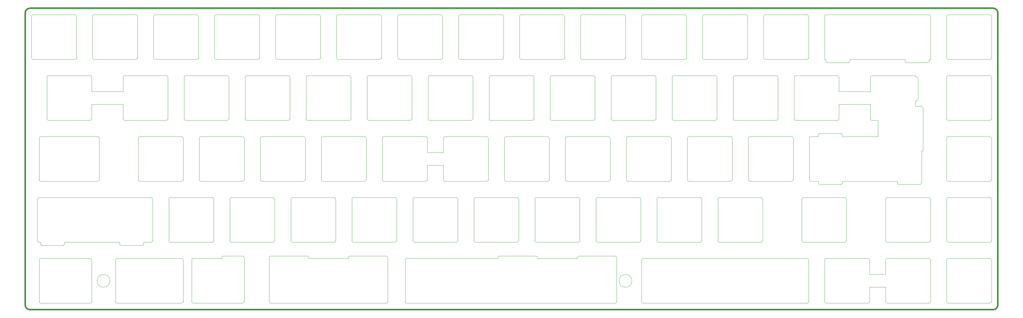
<source format=gbr>
G04 #@! TF.GenerationSoftware,KiCad,Pcbnew,(5.1.2)-2*
G04 #@! TF.CreationDate,2021-06-11T08:51:19+07:00*
G04 #@! TF.ProjectId,Plate,506c6174-652e-46b6-9963-61645f706362,rev?*
G04 #@! TF.SameCoordinates,Original*
G04 #@! TF.FileFunction,Profile,NP*
%FSLAX45Y45*%
G04 Gerber Fmt 4.5, Leading zero omitted, Abs format (unit mm)*
G04 Created by KiCad (PCBNEW (5.1.2)-2) date 2021-06-11 08:51:20*
%MOMM*%
%LPD*%
G04 APERTURE LIST*
%ADD10C,0.000001*%
%ADD11C,0.100000*%
%ADD12C,0.500000*%
G04 APERTURE END LIST*
D10*
X16148122Y-1873178D02*
X16148122Y-573178D01*
X17548122Y-1873178D02*
G75*
G02X17498122Y-1923177I-50000J0D01*
G01*
X16198122Y-1923178D02*
G75*
G02X16148122Y-1873178I0J50000D01*
G01*
X17498122Y-1923177D02*
X16198122Y-1923177D01*
X16198122Y-523178D02*
X17498122Y-523178D01*
X17548122Y-573178D02*
X17548122Y-1873178D01*
X16148122Y-573178D02*
G75*
G02X16198122Y-523178I50000J0D01*
G01*
X17498122Y-523178D02*
G75*
G02X17548122Y-573178I0J-50000D01*
G01*
D11*
X16148122Y1331822D02*
G75*
G02X16198122Y1381822I50000J0D01*
G01*
X17498122Y1381822D02*
G75*
G02X17548122Y1331822I0J-50000D01*
G01*
X16198122Y-18178D02*
G75*
G02X16148122Y31822I0J50000D01*
G01*
X16198122Y1381822D02*
X17498122Y1381822D01*
X17548122Y31822D02*
G75*
G02X17498122Y-18178I-50000J0D01*
G01*
X17548122Y1331822D02*
X17548122Y31822D01*
X16148122Y31822D02*
X16148122Y1331822D01*
X17498122Y-18178D02*
X16198122Y-18178D01*
D12*
X-12476878Y-2123178D02*
G75*
G02X-12626878Y-1973177I0J150000D01*
G01*
X17598122Y-2123178D02*
X-12476878Y-2123178D01*
X17748122Y-1973177D02*
G75*
G02X17598122Y-2123178I-150000J0D01*
G01*
X17748122Y7146822D02*
X17748122Y-1973177D01*
X17598122Y7296822D02*
G75*
G02X17748122Y7146822I0J-150000D01*
G01*
X-12476878Y7296822D02*
X17598122Y7296822D01*
X-12626878Y7146822D02*
G75*
G02X-12476878Y7296822I150000J0D01*
G01*
X-12626878Y-1973177D02*
X-12626878Y7146822D01*
D11*
X6317822Y-1223178D02*
G75*
G03X6317822Y-1223178I-200000J0D01*
G01*
X-7266878Y5696822D02*
X-8566878Y5696822D01*
X-7216878Y5746822D02*
G75*
G02X-7266878Y5696822I-50000J0D01*
G01*
X-7216878Y7046822D02*
X-7216878Y5746822D01*
X-7266878Y7096822D02*
G75*
G02X-7216878Y7046822I0J-50000D01*
G01*
X-8566878Y7096822D02*
X-7266878Y7096822D01*
X-8616878Y7046822D02*
G75*
G02X-8566878Y7096822I50000J0D01*
G01*
X-8616878Y5746822D02*
X-8616878Y7046822D01*
X-8566878Y5696822D02*
G75*
G02X-8616878Y5746822I0J50000D01*
G01*
X-4756878Y5696822D02*
G75*
G02X-4806878Y5746822I0J50000D01*
G01*
X-4806878Y7046822D02*
X-4806878Y5746822D01*
X-4806878Y7046822D02*
G75*
G02X-4756878Y7096822I50000J0D01*
G01*
X-3456878Y7096822D02*
X-4756878Y7096822D01*
X-3456878Y7096822D02*
G75*
G02X-3406878Y7046822I0J-50000D01*
G01*
X-3406878Y5746822D02*
X-3406878Y7046822D01*
X-3406878Y5746822D02*
G75*
G02X-3456878Y5696822I-50000J0D01*
G01*
X-4756878Y5696822D02*
X-3456878Y5696822D01*
X4163122Y5696822D02*
X2863122Y5696822D01*
X4213122Y5746822D02*
G75*
G02X4163122Y5696822I-50000J0D01*
G01*
X4213122Y7046822D02*
X4213122Y5746822D01*
X4163122Y7096822D02*
G75*
G02X4213122Y7046822I0J-50000D01*
G01*
X2863122Y7096822D02*
X4163122Y7096822D01*
X2813122Y7046822D02*
G75*
G02X2863122Y7096822I50000J0D01*
G01*
X2813122Y5746822D02*
X2813122Y7046822D01*
X2863122Y5696822D02*
G75*
G02X2813122Y5746822I0J50000D01*
G01*
X-6711878Y7046822D02*
G75*
G02X-6661878Y7096822I50000J0D01*
G01*
X-5361878Y7096822D02*
X-6661878Y7096822D01*
X-5361878Y7096822D02*
G75*
G02X-5311878Y7046822I0J-50000D01*
G01*
X-5311878Y5746822D02*
X-5311878Y7046822D01*
X-5311878Y5746822D02*
G75*
G02X-5361878Y5696822I-50000J0D01*
G01*
X-6661878Y5696822D02*
X-5361878Y5696822D01*
X-6661878Y5696822D02*
G75*
G02X-6711878Y5746822I0J50000D01*
G01*
X-6711878Y7046822D02*
X-6711878Y5746822D01*
X-4409378Y3791822D02*
X-5709378Y3791822D01*
X-4359378Y3841822D02*
G75*
G02X-4409378Y3791822I-50000J0D01*
G01*
X-4359378Y5141822D02*
X-4359378Y3841822D01*
X-4409378Y5191822D02*
G75*
G02X-4359378Y5141822I0J-50000D01*
G01*
X-5709378Y5191822D02*
X-4409378Y5191822D01*
X-5759378Y5141822D02*
G75*
G02X-5709378Y5191822I50000J0D01*
G01*
X-5759378Y3841822D02*
X-5759378Y5141822D01*
X-5709378Y3791822D02*
G75*
G02X-5759378Y3841822I0J50000D01*
G01*
X6673122Y5696822D02*
G75*
G02X6623122Y5746822I0J50000D01*
G01*
X6623122Y7046822D02*
X6623122Y5746822D01*
X6623122Y7046822D02*
G75*
G02X6673122Y7096822I50000J0D01*
G01*
X7973122Y7096822D02*
X6673122Y7096822D01*
X7973122Y7096822D02*
G75*
G02X8023122Y7046822I0J-50000D01*
G01*
X8023122Y5746822D02*
X8023122Y7046822D01*
X8023122Y5746822D02*
G75*
G02X7973122Y5696822I-50000J0D01*
G01*
X6673122Y5696822D02*
X7973122Y5696822D01*
X8975622Y3841822D02*
G75*
G02X8925622Y3791822I-50000J0D01*
G01*
X7625622Y3791822D02*
X8925622Y3791822D01*
X7625622Y3791822D02*
G75*
G02X7575622Y3841822I0J50000D01*
G01*
X7575622Y5141822D02*
X7575622Y3841822D01*
X7575622Y5141822D02*
G75*
G02X7625622Y5191822I50000J0D01*
G01*
X8925622Y5191822D02*
X7625622Y5191822D01*
X8925622Y5191822D02*
G75*
G02X8975622Y5141822I0J-50000D01*
G01*
X8975622Y3841822D02*
X8975622Y5141822D01*
X829322Y1381822D02*
G75*
G02X879322Y1331822I0J-50000D01*
G01*
X879322Y31822D02*
X879322Y1331822D01*
X879322Y31822D02*
G75*
G02X829322Y-18178I-50000J0D01*
G01*
X-470678Y-18178D02*
X829322Y-18178D01*
X-470678Y-18178D02*
G75*
G02X-520678Y31822I0J50000D01*
G01*
X-520678Y1331822D02*
X-520678Y31822D01*
X-520678Y1331822D02*
G75*
G02X-470678Y1381822I50000J0D01*
G01*
X829322Y1381822D02*
X-470678Y1381822D01*
X-3804378Y5191822D02*
X-2504378Y5191822D01*
X-3854378Y5141822D02*
G75*
G02X-3804378Y5191822I50000J0D01*
G01*
X-3854378Y3841822D02*
X-3854378Y5141822D01*
X-3804378Y3791822D02*
G75*
G02X-3854378Y3841822I0J50000D01*
G01*
X-2504378Y3791822D02*
X-3804378Y3791822D01*
X-2454378Y3841822D02*
G75*
G02X-2504378Y3791822I-50000J0D01*
G01*
X-2454378Y5141822D02*
X-2454378Y3841822D01*
X-2504378Y5191822D02*
G75*
G02X-2454378Y5141822I0J-50000D01*
G01*
X1384322Y1331822D02*
G75*
G02X1434322Y1381822I50000J0D01*
G01*
X2734322Y1381822D02*
X1434322Y1381822D01*
X2734322Y1381822D02*
G75*
G02X2784322Y1331822I0J-50000D01*
G01*
X2784322Y31822D02*
X2784322Y1331822D01*
X2784322Y31822D02*
G75*
G02X2734322Y-18178I-50000J0D01*
G01*
X1434322Y-18178D02*
X2734322Y-18178D01*
X1434322Y-18178D02*
G75*
G02X1384322Y31822I0J50000D01*
G01*
X1384322Y1331822D02*
X1384322Y31822D01*
X-2851878Y5696822D02*
G75*
G02X-2901878Y5746822I0J50000D01*
G01*
X-2901878Y7046822D02*
X-2901878Y5746822D01*
X-2901878Y7046822D02*
G75*
G02X-2851878Y7096822I50000J0D01*
G01*
X-1551878Y7096822D02*
X-2851878Y7096822D01*
X-1551878Y7096822D02*
G75*
G02X-1501878Y7046822I0J-50000D01*
G01*
X-1501878Y5746822D02*
X-1501878Y7046822D01*
X-1501878Y5746822D02*
G75*
G02X-1551878Y5696822I-50000J0D01*
G01*
X-2851878Y5696822D02*
X-1551878Y5696822D01*
X9928122Y7046822D02*
X9928122Y5746822D01*
X9878122Y7096822D02*
G75*
G02X9928122Y7046822I0J-50000D01*
G01*
X8578122Y7096822D02*
X9878122Y7096822D01*
X8528122Y7046822D02*
G75*
G02X8578122Y7096822I50000J0D01*
G01*
X8528122Y5746822D02*
X8528122Y7046822D01*
X8578122Y5696822D02*
G75*
G02X8528122Y5746822I0J50000D01*
G01*
X9878122Y5696822D02*
X8578122Y5696822D01*
X9928122Y5746822D02*
G75*
G02X9878122Y5696822I-50000J0D01*
G01*
X-7664378Y5141822D02*
G75*
G02X-7614378Y5191822I50000J0D01*
G01*
X-6314378Y5191822D02*
X-7614378Y5191822D01*
X-6314378Y5191822D02*
G75*
G02X-6264378Y5141822I0J-50000D01*
G01*
X-6264378Y3841822D02*
X-6264378Y5141822D01*
X-6264378Y3841822D02*
G75*
G02X-6314378Y3791822I-50000J0D01*
G01*
X-7614378Y3791822D02*
X-6314378Y3791822D01*
X-7614378Y3791822D02*
G75*
G02X-7664378Y3841822I0J50000D01*
G01*
X-7664378Y5141822D02*
X-7664378Y3841822D01*
X-8219378Y3791822D02*
X-9519378Y3791822D01*
X-8169378Y3841822D02*
G75*
G02X-8219378Y3791822I-50000J0D01*
G01*
X-8169378Y5141822D02*
X-8169378Y3841822D01*
X-8219378Y5191822D02*
G75*
G02X-8169378Y5141822I0J-50000D01*
G01*
X-9519378Y5191822D02*
X-8219378Y5191822D01*
X-9569378Y5141822D02*
G75*
G02X-9519378Y5191822I50000J0D01*
G01*
X-9569378Y4691852D02*
X-9569378Y5141822D01*
X-10550628Y4691852D02*
X-9569378Y4691852D01*
X-10550628Y5141822D02*
X-10550628Y4691852D01*
X-10600628Y5191822D02*
G75*
G02X-10550628Y5141822I0J-50000D01*
G01*
X-11900628Y5191822D02*
X-10600628Y5191822D01*
X-11950628Y5141822D02*
G75*
G02X-11900628Y5191822I50000J0D01*
G01*
X-11950628Y3841822D02*
X-11950628Y5141822D01*
X-11900628Y3791822D02*
G75*
G02X-11950628Y3841822I0J50000D01*
G01*
X-10600628Y3791822D02*
X-11900628Y3791822D01*
X-10550628Y3841822D02*
G75*
G02X-10600628Y3791822I-50000J0D01*
G01*
X-10550628Y4291852D02*
X-10550628Y3841822D01*
X-9569378Y4291852D02*
X-10550628Y4291852D01*
X-9569378Y3841822D02*
X-9569378Y4291852D01*
X-9519378Y3791822D02*
G75*
G02X-9569378Y3841822I0J50000D01*
G01*
X6594322Y31822D02*
G75*
G02X6544322Y-18178I-50000J0D01*
G01*
X5244322Y-18178D02*
X6544322Y-18178D01*
X5244322Y-18178D02*
G75*
G02X5194322Y31822I0J50000D01*
G01*
X5194322Y1331822D02*
X5194322Y31822D01*
X5194322Y1331822D02*
G75*
G02X5244322Y1381822I50000J0D01*
G01*
X6544322Y1381822D02*
X5244322Y1381822D01*
X6544322Y1381822D02*
G75*
G02X6594322Y1331822I0J-50000D01*
G01*
X6594322Y31822D02*
X6594322Y1331822D01*
X-10521878Y5746822D02*
X-10521878Y7046822D01*
X-10471878Y5696822D02*
G75*
G02X-10521878Y5746822I0J50000D01*
G01*
X-9171878Y5696822D02*
X-10471878Y5696822D01*
X-9121878Y5746822D02*
G75*
G02X-9171878Y5696822I-50000J0D01*
G01*
X-9121878Y7046822D02*
X-9121878Y5746822D01*
X-9171878Y7096822D02*
G75*
G02X-9121878Y7046822I0J-50000D01*
G01*
X-10471878Y7096822D02*
X-9171878Y7096822D01*
X-10521878Y7046822D02*
G75*
G02X-10471878Y7096822I50000J0D01*
G01*
X10354322Y-18178D02*
X9054322Y-18178D01*
X10404322Y31822D02*
G75*
G02X10354322Y-18178I-50000J0D01*
G01*
X10404322Y1331822D02*
X10404322Y31822D01*
X10354322Y1381822D02*
G75*
G02X10404322Y1331822I0J-50000D01*
G01*
X9054322Y1381822D02*
X10354322Y1381822D01*
X9004322Y1331822D02*
G75*
G02X9054322Y1381822I50000J0D01*
G01*
X9004322Y31822D02*
X9004322Y1331822D01*
X9054322Y-18178D02*
G75*
G02X9004322Y31822I0J50000D01*
G01*
X8499322Y1331822D02*
X8499322Y31822D01*
X8449322Y1381822D02*
G75*
G02X8499322Y1331822I0J-50000D01*
G01*
X7149322Y1381822D02*
X8449322Y1381822D01*
X7099322Y1331822D02*
G75*
G02X7149322Y1381822I50000J0D01*
G01*
X7099322Y31822D02*
X7099322Y1331822D01*
X7149322Y-18178D02*
G75*
G02X7099322Y31822I0J50000D01*
G01*
X8449322Y-18178D02*
X7149322Y-18178D01*
X8499322Y31822D02*
G75*
G02X8449322Y-18178I-50000J0D01*
G01*
X-10550578Y-573178D02*
X-10550578Y-1873177D01*
X-10600578Y-523177D02*
G75*
G02X-10550578Y-573178I0J-50000D01*
G01*
X-12138778Y-523177D02*
X-10600578Y-523177D01*
X-12188778Y-573178D02*
G75*
G02X-12138778Y-523177I50000J0D01*
G01*
X-12188778Y-1873177D02*
X-12188778Y-573178D01*
X-12138778Y-1923177D02*
G75*
G02X-12188778Y-1873177I0J50000D01*
G01*
X-10600578Y-1923177D02*
X-12138778Y-1923177D01*
X-10550578Y-1873177D02*
G75*
G02X-10600578Y-1923177I-50000J0D01*
G01*
X-9980218Y-1222178D02*
G75*
G03X-9980218Y-1222178I-200000J0D01*
G01*
X-10312498Y3236822D02*
X-10312498Y1936822D01*
X-10362499Y3286822D02*
G75*
G02X-10312498Y3236822I1J-50000D01*
G01*
X-12138759Y3286793D02*
X-10362499Y3286822D01*
X-12188758Y3236793D02*
G75*
G02X-12138759Y3286793I50000J0D01*
G01*
X-12188758Y1936793D02*
X-12188758Y3236793D01*
X-12138757Y1886793D02*
G75*
G02X-12188758Y1936793I-1J50000D01*
G01*
X-10362497Y1886822D02*
X-12138757Y1886793D01*
X-10312498Y1936822D02*
G75*
G02X-10362497Y1886822I-50000J0D01*
G01*
X-7693078Y-573178D02*
X-7693078Y-1873177D01*
X-7743078Y-523177D02*
G75*
G02X-7693078Y-573178I0J-50000D01*
G01*
X-9757478Y-523177D02*
X-7743078Y-523177D01*
X-9807478Y-573178D02*
G75*
G02X-9757478Y-523177I50000J0D01*
G01*
X-9807478Y-1873177D02*
X-9807478Y-573178D01*
X-9757478Y-1923177D02*
G75*
G02X-9807478Y-1873177I0J50000D01*
G01*
X-7743078Y-1923177D02*
X-9757478Y-1923177D01*
X-7693078Y-1873177D02*
G75*
G02X-7743078Y-1923177I-50000J0D01*
G01*
X-12200678Y1381822D02*
X-8695678Y1381822D01*
X-12250678Y1331822D02*
G75*
G02X-12200678Y1381822I50000J0D01*
G01*
X-12250678Y31822D02*
X-12250678Y1331822D01*
X-12200678Y-18178D02*
G75*
G02X-12250678Y31822I0J50000D01*
G01*
X-12146278Y-18178D02*
X-12200678Y-18178D01*
X-12146278Y-65177D02*
X-12146278Y-18178D01*
X-12096278Y-115177D02*
G75*
G02X-12146278Y-65177I0J50000D01*
G01*
X-11443778Y-115177D02*
X-12096278Y-115177D01*
X-11393778Y-65177D02*
G75*
G02X-11443778Y-115177I-50000J0D01*
G01*
X-11393778Y-18178D02*
X-11393778Y-65177D01*
X-9678778Y-18178D02*
X-11393778Y-18178D01*
X-9678778Y-65177D02*
X-9678778Y-18178D01*
X-9628778Y-115177D02*
G75*
G02X-9678778Y-65177I0J50000D01*
G01*
X-8976278Y-115177D02*
X-9628778Y-115177D01*
X-8926278Y-65177D02*
G75*
G02X-8976278Y-115177I-50000J0D01*
G01*
X-8926278Y-18178D02*
X-8926278Y-65177D01*
X-8695678Y-18178D02*
X-8926278Y-18178D01*
X-8645678Y31822D02*
G75*
G02X-8695678Y-18178I-50000J0D01*
G01*
X-8645678Y1331822D02*
X-8645678Y31822D01*
X-8695678Y1381822D02*
G75*
G02X-8645678Y1331822I0J-50000D01*
G01*
X10483122Y7096822D02*
X11783122Y7096822D01*
X10433122Y7046822D02*
G75*
G02X10483122Y7096822I50000J0D01*
G01*
X10433122Y5746822D02*
X10433122Y7046822D01*
X10483122Y5696822D02*
G75*
G02X10433122Y5746822I0J50000D01*
G01*
X11783122Y5696822D02*
X10483122Y5696822D01*
X11833122Y5746822D02*
G75*
G02X11783122Y5696822I-50000J0D01*
G01*
X11833122Y7046822D02*
X11833122Y5746822D01*
X11783122Y7096822D02*
G75*
G02X11833122Y7046822I0J-50000D01*
G01*
X-7693078Y1936822D02*
G75*
G02X-7743078Y1886822I-50000J0D01*
G01*
X-9043078Y1886822D02*
X-7743078Y1886822D01*
X-9043078Y1886822D02*
G75*
G02X-9093078Y1936822I0J50000D01*
G01*
X-9093078Y3236822D02*
X-9093078Y1936822D01*
X-9093078Y3236822D02*
G75*
G02X-9043078Y3286822I50000J0D01*
G01*
X-7743078Y3286822D02*
X-9043078Y3286822D01*
X-7743078Y3286822D02*
G75*
G02X-7693078Y3236822I0J-50000D01*
G01*
X-7693078Y1936822D02*
X-7693078Y3236822D01*
X-11026878Y5746822D02*
G75*
G02X-11076878Y5696822I-50000J0D01*
G01*
X-12376878Y5696822D02*
X-11076878Y5696822D01*
X-12376878Y5696822D02*
G75*
G02X-12426878Y5746822I0J50000D01*
G01*
X-12426878Y7046822D02*
X-12426878Y5746822D01*
X-12426878Y7046822D02*
G75*
G02X-12376878Y7096822I50000J0D01*
G01*
X-11076878Y7096822D02*
X-12376878Y7096822D01*
X-11076878Y7096822D02*
G75*
G02X-11026878Y7046822I0J-50000D01*
G01*
X-11026878Y5746822D02*
X-11026878Y7046822D01*
X9530622Y3791822D02*
G75*
G02X9480622Y3841822I0J50000D01*
G01*
X9480622Y5141822D02*
X9480622Y3841822D01*
X9480622Y5141822D02*
G75*
G02X9530622Y5191822I50000J0D01*
G01*
X10830622Y5191822D02*
X9530622Y5191822D01*
X10830622Y5191822D02*
G75*
G02X10880622Y5141822I0J-50000D01*
G01*
X10880622Y3841822D02*
X10880622Y5141822D01*
X10880622Y3841822D02*
G75*
G02X10830622Y3791822I-50000J0D01*
G01*
X9530622Y3791822D02*
X10830622Y3791822D01*
X-2425678Y31822D02*
X-2425678Y1331822D01*
X-2375678Y-18178D02*
G75*
G02X-2425678Y31822I0J50000D01*
G01*
X-1075678Y-18178D02*
X-2375678Y-18178D01*
X-1025678Y31822D02*
G75*
G02X-1075678Y-18178I-50000J0D01*
G01*
X-1025678Y1331822D02*
X-1025678Y31822D01*
X-1075678Y1381822D02*
G75*
G02X-1025678Y1331822I0J-50000D01*
G01*
X-2375678Y1381822D02*
X-1075678Y1381822D01*
X-2425678Y1331822D02*
G75*
G02X-2375678Y1381822I50000J0D01*
G01*
X6146922Y1936822D02*
X6146922Y3236822D01*
X6196922Y1886822D02*
G75*
G02X6146922Y1936822I0J50000D01*
G01*
X7496922Y1886822D02*
X6196922Y1886822D01*
X7546922Y1936822D02*
G75*
G02X7496922Y1886822I-50000J0D01*
G01*
X7546922Y3236822D02*
X7546922Y1936822D01*
X7496922Y3286822D02*
G75*
G02X7546922Y3236822I0J-50000D01*
G01*
X6196922Y3286822D02*
X7496922Y3286822D01*
X6146922Y3236822D02*
G75*
G02X6196922Y3286822I50000J0D01*
G01*
X6118122Y5746822D02*
G75*
G02X6068122Y5696822I-50000J0D01*
G01*
X4768122Y5696822D02*
X6068122Y5696822D01*
X4768122Y5696822D02*
G75*
G02X4718122Y5746822I0J50000D01*
G01*
X4718122Y7046822D02*
X4718122Y5746822D01*
X4718122Y7046822D02*
G75*
G02X4768122Y7096822I50000J0D01*
G01*
X6068122Y7096822D02*
X4768122Y7096822D01*
X6068122Y7096822D02*
G75*
G02X6118122Y7046822I0J-50000D01*
G01*
X6118122Y5746822D02*
X6118122Y7046822D01*
X5670622Y5141822D02*
G75*
G02X5720622Y5191822I50000J0D01*
G01*
X7020622Y5191822D02*
X5720622Y5191822D01*
X7020622Y5191822D02*
G75*
G02X7070622Y5141822I0J-50000D01*
G01*
X7070622Y3841822D02*
X7070622Y5141822D01*
X7070622Y3841822D02*
G75*
G02X7020622Y3791822I-50000J0D01*
G01*
X5720622Y3791822D02*
X7020622Y3791822D01*
X5720622Y3791822D02*
G75*
G02X5670622Y3841822I0J50000D01*
G01*
X5670622Y5141822D02*
X5670622Y3841822D01*
X3339322Y-18178D02*
G75*
G02X3289322Y31822I0J50000D01*
G01*
X3289322Y1331822D02*
X3289322Y31822D01*
X3289322Y1331822D02*
G75*
G02X3339322Y1381822I50000J0D01*
G01*
X4639322Y1381822D02*
X3339322Y1381822D01*
X4639322Y1381822D02*
G75*
G02X4689322Y1331822I0J-50000D01*
G01*
X4689322Y31822D02*
X4689322Y1331822D01*
X4689322Y31822D02*
G75*
G02X4639322Y-18178I-50000J0D01*
G01*
X3339322Y-18178D02*
X4639322Y-18178D01*
X-1899378Y5191822D02*
X-599378Y5191822D01*
X-1949378Y5141822D02*
G75*
G02X-1899378Y5191822I50000J0D01*
G01*
X-1949378Y3841822D02*
X-1949378Y5141822D01*
X-1899378Y3791822D02*
G75*
G02X-1949378Y3841822I0J50000D01*
G01*
X-599378Y3791822D02*
X-1899378Y3791822D01*
X-549378Y3841822D02*
G75*
G02X-599378Y3791822I-50000J0D01*
G01*
X-549378Y5141822D02*
X-549378Y3841822D01*
X-599378Y5191822D02*
G75*
G02X-549378Y5141822I0J-50000D01*
G01*
X-996878Y5746822D02*
X-996878Y7046822D01*
X-946878Y5696822D02*
G75*
G02X-996878Y5746822I0J50000D01*
G01*
X353122Y5696822D02*
X-946878Y5696822D01*
X403122Y5746822D02*
G75*
G02X353122Y5696822I-50000J0D01*
G01*
X403122Y7046822D02*
X403122Y5746822D01*
X353122Y7096822D02*
G75*
G02X403122Y7046822I0J-50000D01*
G01*
X-946878Y7096822D02*
X353122Y7096822D01*
X-996878Y7046822D02*
G75*
G02X-946878Y7096822I50000J0D01*
G01*
X3319922Y-446977D02*
G75*
G02X3369922Y-496977I0J-50000D01*
G01*
X3369922Y-523177D02*
X3369922Y-496977D01*
X4608722Y-523177D02*
X3369922Y-523177D01*
X4608722Y-496977D02*
X4608722Y-523177D01*
X4608722Y-496977D02*
G75*
G02X4658722Y-446977I50000J0D01*
G01*
X5789922Y-446977D02*
X4658722Y-446977D01*
X5789922Y-446977D02*
G75*
G02X5839922Y-496977I0J-50000D01*
G01*
X5839922Y-1873177D02*
X5839922Y-496977D01*
X5839922Y-1873177D02*
G75*
G02X5789922Y-1923177I-50000J0D01*
G01*
X-708778Y-1923177D02*
X5789922Y-1923177D01*
X-708778Y-1923177D02*
G75*
G02X-758778Y-1873177I0J50000D01*
G01*
X-758778Y-573178D02*
X-758778Y-1873177D01*
X-758778Y-573178D02*
G75*
G02X-708778Y-523177I50000J0D01*
G01*
X2138722Y-523177D02*
X-708778Y-523177D01*
X2138722Y-496977D02*
X2138722Y-523177D01*
X2138722Y-496977D02*
G75*
G02X2188722Y-446977I50000J0D01*
G01*
X3319922Y-446977D02*
X2188722Y-446977D01*
X908122Y7046822D02*
G75*
G02X958122Y7096822I50000J0D01*
G01*
X2258122Y7096822D02*
X958122Y7096822D01*
X2258122Y7096822D02*
G75*
G02X2308122Y7046822I0J-50000D01*
G01*
X2308122Y5746822D02*
X2308122Y7046822D01*
X2308122Y5746822D02*
G75*
G02X2258122Y5696822I-50000J0D01*
G01*
X958122Y5696822D02*
X2258122Y5696822D01*
X958122Y5696822D02*
G75*
G02X908122Y5746822I0J50000D01*
G01*
X908122Y7046822D02*
X908122Y5746822D01*
X1831922Y1936822D02*
G75*
G02X1781922Y1886822I-50000J0D01*
G01*
X481922Y1886822D02*
X1781922Y1886822D01*
X481922Y1886822D02*
G75*
G02X431922Y1936822I0J50000D01*
G01*
X431922Y2386822D02*
X431922Y1936822D01*
X-73078Y2386822D02*
X431922Y2386822D01*
X-73078Y1936822D02*
X-73078Y2386822D01*
X-73078Y1936822D02*
G75*
G02X-123078Y1886822I-50000J0D01*
G01*
X-1423078Y1886822D02*
X-123078Y1886822D01*
X-1423078Y1886822D02*
G75*
G02X-1473078Y1936822I0J50000D01*
G01*
X-1473078Y3236822D02*
X-1473078Y1936822D01*
X-1473078Y3236822D02*
G75*
G02X-1423078Y3286822I50000J0D01*
G01*
X-123078Y3286822D02*
X-1423078Y3286822D01*
X-123078Y3286822D02*
G75*
G02X-73078Y3236822I0J-50000D01*
G01*
X-73078Y2786822D02*
X-73078Y3236822D01*
X431922Y2786822D02*
X-73078Y2786822D01*
X431922Y3236822D02*
X431922Y2786822D01*
X431922Y3236822D02*
G75*
G02X481922Y3286822I50000J0D01*
G01*
X1781922Y3286822D02*
X481922Y3286822D01*
X1781922Y3286822D02*
G75*
G02X1831922Y3236822I0J-50000D01*
G01*
X1831922Y1936822D02*
X1831922Y3236822D01*
X-6740678Y1331822D02*
X-6740678Y31822D01*
X-6790678Y1381822D02*
G75*
G02X-6740678Y1331822I0J-50000D01*
G01*
X-8090678Y1381822D02*
X-6790678Y1381822D01*
X-8140678Y1331822D02*
G75*
G02X-8090678Y1381822I50000J0D01*
G01*
X-8140678Y31822D02*
X-8140678Y1331822D01*
X-8090678Y-18178D02*
G75*
G02X-8140678Y31822I0J50000D01*
G01*
X-6790678Y-18178D02*
X-8090678Y-18178D01*
X-6740678Y31822D02*
G75*
G02X-6790678Y-18178I-50000J0D01*
G01*
X-2534978Y-523177D02*
X-3773778Y-523177D01*
X-2534978Y-496977D02*
X-2534978Y-523177D01*
X-2534978Y-496977D02*
G75*
G02X-2484978Y-446977I50000J0D01*
G01*
X-1353778Y-446977D02*
X-2484978Y-446977D01*
X-1353778Y-446977D02*
G75*
G02X-1303778Y-496977I0J-50000D01*
G01*
X-1303778Y-1873177D02*
X-1303778Y-496977D01*
X-1303778Y-1873177D02*
G75*
G02X-1353778Y-1923177I-50000J0D01*
G01*
X-4954978Y-1923177D02*
X-1353778Y-1923177D01*
X-4954978Y-1923177D02*
G75*
G02X-5004978Y-1873177I0J50000D01*
G01*
X-5004978Y-496977D02*
X-5004978Y-1873177D01*
X-5004978Y-496977D02*
G75*
G02X-4954978Y-446977I50000J0D01*
G01*
X-3823778Y-446977D02*
X-4954978Y-446977D01*
X-3823778Y-446977D02*
G75*
G02X-3773778Y-496977I0J-50000D01*
G01*
X-3773778Y-523177D02*
X-3773778Y-496977D01*
X-6486372Y-523177D02*
X-6486372Y-496977D01*
X-7376278Y-523177D02*
X-6486372Y-523177D01*
X-7426278Y-573178D02*
G75*
G02X-7376278Y-523177I50000J0D01*
G01*
X-7426278Y-1873177D02*
X-7426278Y-573178D01*
X-7376278Y-1923177D02*
G75*
G02X-7426278Y-1873177I0J50000D01*
G01*
X-5838078Y-1923177D02*
X-7376278Y-1923177D01*
X-5788078Y-1873177D02*
G75*
G02X-5838078Y-1923177I-50000J0D01*
G01*
X-5788078Y-496977D02*
X-5788078Y-1873177D01*
X-5838078Y-446977D02*
G75*
G02X-5788078Y-496977I0J-50000D01*
G01*
X-6436372Y-446977D02*
X-5838078Y-446977D01*
X-6486372Y-496977D02*
G75*
G02X-6436372Y-446977I50000J0D01*
G01*
X4241922Y1936822D02*
X4241922Y3236822D01*
X4291922Y1886822D02*
G75*
G02X4241922Y1936822I0J50000D01*
G01*
X5591922Y1886822D02*
X4291922Y1886822D01*
X5641922Y1936822D02*
G75*
G02X5591922Y1886822I-50000J0D01*
G01*
X5641922Y3236822D02*
X5641922Y1936822D01*
X5591922Y3286822D02*
G75*
G02X5641922Y3236822I0J-50000D01*
G01*
X4291922Y3286822D02*
X5591922Y3286822D01*
X4241922Y3236822D02*
G75*
G02X4291922Y3286822I50000J0D01*
G01*
X-5788078Y1936822D02*
G75*
G02X-5838078Y1886822I-50000J0D01*
G01*
X-7138078Y1886822D02*
X-5838078Y1886822D01*
X-7138078Y1886822D02*
G75*
G02X-7188078Y1936822I0J50000D01*
G01*
X-7188078Y3236822D02*
X-7188078Y1936822D01*
X-7188078Y3236822D02*
G75*
G02X-7138078Y3286822I50000J0D01*
G01*
X-5838078Y3286822D02*
X-7138078Y3286822D01*
X-5838078Y3286822D02*
G75*
G02X-5788078Y3236822I0J-50000D01*
G01*
X-5788078Y1936822D02*
X-5788078Y3236822D01*
X3765622Y3841822D02*
X3765622Y5141822D01*
X3815622Y3791822D02*
G75*
G02X3765622Y3841822I0J50000D01*
G01*
X5115622Y3791822D02*
X3815622Y3791822D01*
X5165622Y3841822D02*
G75*
G02X5115622Y3791822I-50000J0D01*
G01*
X5165622Y5141822D02*
X5165622Y3841822D01*
X5115622Y5191822D02*
G75*
G02X5165622Y5141822I0J-50000D01*
G01*
X3815622Y5191822D02*
X5115622Y5191822D01*
X3765622Y5141822D02*
G75*
G02X3815622Y5191822I50000J0D01*
G01*
X-2028078Y1886822D02*
X-3328078Y1886822D01*
X-1978078Y1936822D02*
G75*
G02X-2028078Y1886822I-50000J0D01*
G01*
X-1978078Y3236822D02*
X-1978078Y1936822D01*
X-2028078Y3286822D02*
G75*
G02X-1978078Y3236822I0J-50000D01*
G01*
X-3328078Y3286822D02*
X-2028078Y3286822D01*
X-3378078Y3236822D02*
G75*
G02X-3328078Y3286822I50000J0D01*
G01*
X-3378078Y1936822D02*
X-3378078Y3236822D01*
X-3328078Y1886822D02*
G75*
G02X-3378078Y1936822I0J50000D01*
G01*
X1355622Y3841822D02*
G75*
G02X1305622Y3791822I-50000J0D01*
G01*
X5622Y3791822D02*
X1305622Y3791822D01*
X5622Y3791822D02*
G75*
G02X-44378Y3841822I0J50000D01*
G01*
X-44378Y5141822D02*
X-44378Y3841822D01*
X-44378Y5141822D02*
G75*
G02X5622Y5191822I50000J0D01*
G01*
X1305622Y5191822D02*
X5622Y5191822D01*
X1305622Y5191822D02*
G75*
G02X1355622Y5141822I0J-50000D01*
G01*
X1355622Y3841822D02*
X1355622Y5141822D01*
X2386922Y3286822D02*
X3686922Y3286822D01*
X2336922Y3236822D02*
G75*
G02X2386922Y3286822I50000J0D01*
G01*
X2336922Y1936822D02*
X2336922Y3236822D01*
X2386922Y1886822D02*
G75*
G02X2336922Y1936822I0J50000D01*
G01*
X3686922Y1886822D02*
X2386922Y1886822D01*
X3736922Y1936822D02*
G75*
G02X3686922Y1886822I-50000J0D01*
G01*
X3736922Y3236822D02*
X3736922Y1936822D01*
X3686922Y3286822D02*
G75*
G02X3736922Y3236822I0J-50000D01*
G01*
X-2980678Y-18178D02*
X-4280678Y-18178D01*
X-2930678Y31822D02*
G75*
G02X-2980678Y-18178I-50000J0D01*
G01*
X-2930678Y1331822D02*
X-2930678Y31822D01*
X-2980678Y1381822D02*
G75*
G02X-2930678Y1331822I0J-50000D01*
G01*
X-4280678Y1381822D02*
X-2980678Y1381822D01*
X-4330678Y1331822D02*
G75*
G02X-4280678Y1381822I50000J0D01*
G01*
X-4330678Y31822D02*
X-4330678Y1331822D01*
X-4280678Y-18178D02*
G75*
G02X-4330678Y31822I0J50000D01*
G01*
X-4835678Y1331822D02*
X-4835678Y31822D01*
X-4885678Y1381822D02*
G75*
G02X-4835678Y1331822I0J-50000D01*
G01*
X-6185678Y1381822D02*
X-4885678Y1381822D01*
X-6235678Y1331822D02*
G75*
G02X-6185678Y1381822I50000J0D01*
G01*
X-6235678Y31822D02*
X-6235678Y1331822D01*
X-6185678Y-18178D02*
G75*
G02X-6235678Y31822I0J50000D01*
G01*
X-4885678Y-18178D02*
X-6185678Y-18178D01*
X-4835678Y31822D02*
G75*
G02X-4885678Y-18178I-50000J0D01*
G01*
X3260622Y3841822D02*
G75*
G02X3210622Y3791822I-50000J0D01*
G01*
X1910622Y3791822D02*
X3210622Y3791822D01*
X1910622Y3791822D02*
G75*
G02X1860622Y3841822I0J50000D01*
G01*
X1860622Y5141822D02*
X1860622Y3841822D01*
X1860622Y5141822D02*
G75*
G02X1910622Y5191822I50000J0D01*
G01*
X3210622Y5191822D02*
X1910622Y5191822D01*
X3210622Y5191822D02*
G75*
G02X3260622Y5141822I0J-50000D01*
G01*
X3260622Y3841822D02*
X3260622Y5141822D01*
X-5233078Y1886822D02*
G75*
G02X-5283078Y1936822I0J50000D01*
G01*
X-5283078Y3236822D02*
X-5283078Y1936822D01*
X-5283078Y3236822D02*
G75*
G02X-5233078Y3286822I50000J0D01*
G01*
X-3933078Y3286822D02*
X-5233078Y3286822D01*
X-3933078Y3286822D02*
G75*
G02X-3883078Y3236822I0J-50000D01*
G01*
X-3883078Y1936822D02*
X-3883078Y3236822D01*
X-3883078Y1936822D02*
G75*
G02X-3933078Y1886822I-50000J0D01*
G01*
X-5233078Y1886822D02*
X-3933078Y1886822D01*
X15593122Y7096822D02*
G75*
G02X15643122Y7046822I0J-50000D01*
G01*
X15643122Y5696822D02*
X15643122Y7046822D01*
X15600622Y5696822D02*
X15643122Y5696822D01*
X15600622Y5649822D02*
X15600622Y5696822D01*
X15600622Y5649822D02*
G75*
G02X15550622Y5599822I-50000J0D01*
G01*
X14898122Y5599822D02*
X15550622Y5599822D01*
X14898122Y5599822D02*
G75*
G02X14848122Y5649822I0J50000D01*
G01*
X14848122Y5696822D02*
X14848122Y5649822D01*
X13133122Y5696822D02*
X14848122Y5696822D01*
X13133122Y5649822D02*
X13133122Y5696822D01*
X13133122Y5649822D02*
G75*
G02X13083122Y5599822I-50000J0D01*
G01*
X12430622Y5599822D02*
X13083122Y5599822D01*
X12430622Y5599822D02*
G75*
G02X12380622Y5649822I0J50000D01*
G01*
X12380622Y5696822D02*
X12380622Y5649822D01*
X12338122Y5696822D02*
X12380622Y5696822D01*
X12338122Y7046822D02*
X12338122Y5696822D01*
X12338122Y7046822D02*
G75*
G02X12388122Y7096822I50000J0D01*
G01*
X15593122Y7096822D02*
X12388122Y7096822D01*
X12388122Y-1923177D02*
G75*
G02X12338122Y-1873177I0J50000D01*
G01*
X12338122Y-573178D02*
X12338122Y-1873177D01*
X12338122Y-573178D02*
G75*
G02X12388122Y-523177I50000J0D01*
G01*
X13688122Y-523177D02*
X12388122Y-523177D01*
X13688122Y-523177D02*
G75*
G02X13738122Y-573178I0J-50000D01*
G01*
X13738122Y-1023177D02*
X13738122Y-573178D01*
X14243122Y-1023177D02*
X13738122Y-1023177D01*
X14243122Y-573178D02*
X14243122Y-1023177D01*
X14243122Y-573178D02*
G75*
G02X14293122Y-523177I50000J0D01*
G01*
X15593122Y-523177D02*
X14293122Y-523177D01*
X15593122Y-523177D02*
G75*
G02X15643122Y-573178I0J-50000D01*
G01*
X15643122Y-1873177D02*
X15643122Y-573178D01*
X15643122Y-1873177D02*
G75*
G02X15593122Y-1923177I-50000J0D01*
G01*
X14293122Y-1923177D02*
X15593122Y-1923177D01*
X14293122Y-1923177D02*
G75*
G02X14243122Y-1873177I0J50000D01*
G01*
X14243122Y-1423177D02*
X14243122Y-1873177D01*
X13738122Y-1423177D02*
X14243122Y-1423177D01*
X13738122Y-1873177D02*
X13738122Y-1423177D01*
X13738122Y-1873177D02*
G75*
G02X13688122Y-1923177I-50000J0D01*
G01*
X12388122Y-1923177D02*
X13688122Y-1923177D01*
X15643122Y1331822D02*
X15643122Y31822D01*
X15593122Y1381822D02*
G75*
G02X15643122Y1331822I0J-50000D01*
G01*
X14293122Y1381822D02*
X15593122Y1381822D01*
X14243122Y1331822D02*
G75*
G02X14293122Y1381822I50000J0D01*
G01*
X14243122Y31822D02*
X14243122Y1331822D01*
X14293122Y-18178D02*
G75*
G02X14243122Y31822I0J50000D01*
G01*
X15593122Y-18178D02*
X14293122Y-18178D01*
X15643122Y31822D02*
G75*
G02X15593122Y-18178I-50000J0D01*
G01*
X11833122Y-1873177D02*
G75*
G02X11783122Y-1923177I-50000J0D01*
G01*
X6673122Y-1923177D02*
X11783122Y-1923177D01*
X6673122Y-1923177D02*
G75*
G02X6623122Y-1873177I0J50000D01*
G01*
X6623122Y-573178D02*
X6623122Y-1873177D01*
X6623122Y-573178D02*
G75*
G02X6673122Y-523177I50000J0D01*
G01*
X11783122Y-523177D02*
X6673122Y-523177D01*
X11783122Y-523177D02*
G75*
G02X11833122Y-573178I0J-50000D01*
G01*
X11833122Y-1873177D02*
X11833122Y-573178D01*
X17548122Y5746822D02*
G75*
G02X17498122Y5696822I-50000J0D01*
G01*
X16198122Y5696822D02*
X17498122Y5696822D01*
X16198122Y5696822D02*
G75*
G02X16148122Y5746822I0J50000D01*
G01*
X16148122Y7046822D02*
X16148122Y5746822D01*
X16148122Y7046822D02*
G75*
G02X16198122Y7096822I50000J0D01*
G01*
X17498122Y7096822D02*
X16198122Y7096822D01*
X17498122Y7096822D02*
G75*
G02X17548122Y7046822I0J-50000D01*
G01*
X17548122Y5746822D02*
X17548122Y7046822D01*
X9451922Y1936822D02*
G75*
G02X9401922Y1886822I-50000J0D01*
G01*
X8101922Y1886822D02*
X9401922Y1886822D01*
X8101922Y1886822D02*
G75*
G02X8051922Y1936822I0J50000D01*
G01*
X8051922Y3236822D02*
X8051922Y1936822D01*
X8051922Y3236822D02*
G75*
G02X8101922Y3286822I50000J0D01*
G01*
X9401922Y3286822D02*
X8101922Y3286822D01*
X9401922Y3286822D02*
G75*
G02X9451922Y3236822I0J-50000D01*
G01*
X9451922Y1936822D02*
X9451922Y3236822D01*
X17498122Y3286822D02*
G75*
G02X17548122Y3236822I0J-50000D01*
G01*
X17548122Y1936822D02*
X17548122Y3236822D01*
X17548122Y1936822D02*
G75*
G02X17498122Y1886822I-50000J0D01*
G01*
X16198122Y1886822D02*
X17498122Y1886822D01*
X16198122Y1886822D02*
G75*
G02X16148122Y1936822I0J50000D01*
G01*
X16148122Y3236822D02*
X16148122Y1936822D01*
X16148122Y3236822D02*
G75*
G02X16198122Y3286822I50000J0D01*
G01*
X17498122Y3286822D02*
X16198122Y3286822D01*
X17548122Y3841822D02*
G75*
G02X17498122Y3791822I-50000J0D01*
G01*
X16198122Y3791822D02*
X17498122Y3791822D01*
X16198122Y3791822D02*
G75*
G02X16148122Y3841822I0J50000D01*
G01*
X16148122Y5141822D02*
X16148122Y3841822D01*
X16148122Y5141822D02*
G75*
G02X16198122Y5191822I50000J0D01*
G01*
X17498122Y5191822D02*
X16198122Y5191822D01*
X17498122Y5191822D02*
G75*
G02X17548122Y5141822I0J-50000D01*
G01*
X17548122Y3841822D02*
X17548122Y5141822D01*
X10006922Y1886822D02*
G75*
G02X9956922Y1936822I0J50000D01*
G01*
X9956922Y3236822D02*
X9956922Y1936822D01*
X9956922Y3236822D02*
G75*
G02X10006922Y3286822I50000J0D01*
G01*
X11306922Y3286822D02*
X10006922Y3286822D01*
X11306922Y3286822D02*
G75*
G02X11356922Y3236822I0J-50000D01*
G01*
X11356922Y1936822D02*
X11356922Y3236822D01*
X11356922Y1936822D02*
G75*
G02X11306922Y1886822I-50000J0D01*
G01*
X10006922Y1886822D02*
X11306922Y1886822D01*
X11623722Y31822D02*
X11623722Y1331822D01*
X11673722Y-18178D02*
G75*
G02X11623722Y31822I0J50000D01*
G01*
X12973722Y-18178D02*
X11673722Y-18178D01*
X13023722Y31822D02*
G75*
G02X12973722Y-18178I-50000J0D01*
G01*
X13023722Y1331822D02*
X13023722Y31822D01*
X12973722Y1381822D02*
G75*
G02X13023722Y1331822I0J-50000D01*
G01*
X11673722Y1381822D02*
X12973722Y1381822D01*
X11623722Y1331822D02*
G75*
G02X11673722Y1381822I50000J0D01*
G01*
X12192522Y1789822D02*
G75*
G02X12142522Y1839822I0J50000D01*
G01*
X12142522Y1886722D02*
X12142522Y1839822D01*
X11912022Y1886722D02*
X12142522Y1886722D01*
X11912022Y1886722D02*
G75*
G02X11862022Y1936722I0J50000D01*
G01*
X11862022Y3236725D02*
X11862022Y1936722D01*
X11862022Y3236725D02*
G75*
G02X11912019Y3286725I50000J0D01*
G01*
X12142522Y3286735D02*
X11912019Y3286725D01*
X12142522Y3333622D02*
X12142522Y3286735D01*
X12142522Y3333622D02*
G75*
G02X12192522Y3383622I50000J0D01*
G01*
X12845022Y3383622D02*
X12192522Y3383622D01*
X12845022Y3383622D02*
G75*
G02X12895022Y3333622I0J-50000D01*
G01*
X12895022Y3286771D02*
X12895022Y3333622D01*
X14005122Y3286822D02*
X12895022Y3286771D01*
X14005122Y3791822D02*
X14005122Y3286822D01*
X13816822Y3791822D02*
X14005122Y3791822D01*
X13816822Y3791822D02*
G75*
G02X13766822Y3841822I0J50000D01*
G01*
X13766822Y4291852D02*
X13766822Y3841822D01*
X12785622Y4291852D02*
X13766822Y4291852D01*
X12785622Y3841822D02*
X12785622Y4291852D01*
X12785622Y3841822D02*
G75*
G02X12735622Y3791822I-50000J0D01*
G01*
X11435622Y3791822D02*
X12735622Y3791822D01*
X11435622Y3791822D02*
G75*
G02X11385622Y3841822I0J50000D01*
G01*
X11385622Y5141822D02*
X11385622Y3841822D01*
X11385622Y5141822D02*
G75*
G02X11435622Y5191822I50000J0D01*
G01*
X12735622Y5191822D02*
X11435622Y5191822D01*
X12735622Y5191822D02*
G75*
G02X12785622Y5141822I0J-50000D01*
G01*
X12785622Y4691852D02*
X12785622Y5141822D01*
X13766822Y4691852D02*
X12785622Y4691852D01*
X13766822Y5141822D02*
X13766822Y4691852D01*
X13766822Y5141822D02*
G75*
G02X13816822Y5191822I50000J0D01*
G01*
X15166822Y5191822D02*
X13816822Y5191822D01*
X15166822Y5149262D02*
X15166822Y5191822D01*
X15208122Y5149262D02*
X15166822Y5149262D01*
X15208122Y5149262D02*
G75*
G02X15258122Y5099262I0J-50000D01*
G01*
X15258122Y4446762D02*
X15258122Y5099262D01*
X15258122Y4446762D02*
G75*
G02X15208122Y4396762I-50000J0D01*
G01*
X15166822Y4396762D02*
X15208122Y4396762D01*
X15166822Y4239222D02*
X15166822Y4396762D01*
X15355122Y4239222D02*
X15166822Y4239222D01*
X15355122Y4239222D02*
G75*
G02X15405122Y4189222I0J-50000D01*
G01*
X15405122Y2839222D02*
X15405122Y4189222D01*
X15362522Y2839222D02*
X15405122Y2839222D01*
X15362522Y1839822D02*
X15362522Y2839222D01*
X15362522Y1839822D02*
G75*
G02X15312522Y1789822I-50000J0D01*
G01*
X14660022Y1789822D02*
X15312522Y1789822D01*
X14660022Y1789822D02*
G75*
G02X14610022Y1839822I0J50000D01*
G01*
X14610022Y1886722D02*
X14610022Y1839822D01*
X12895022Y1886722D02*
X14610022Y1886722D01*
X12895022Y1839822D02*
X12895022Y1886722D01*
X12895022Y1839822D02*
G75*
G02X12845022Y1789822I-50000J0D01*
G01*
X12192522Y1789822D02*
X12845022Y1789822D01*
M02*

</source>
